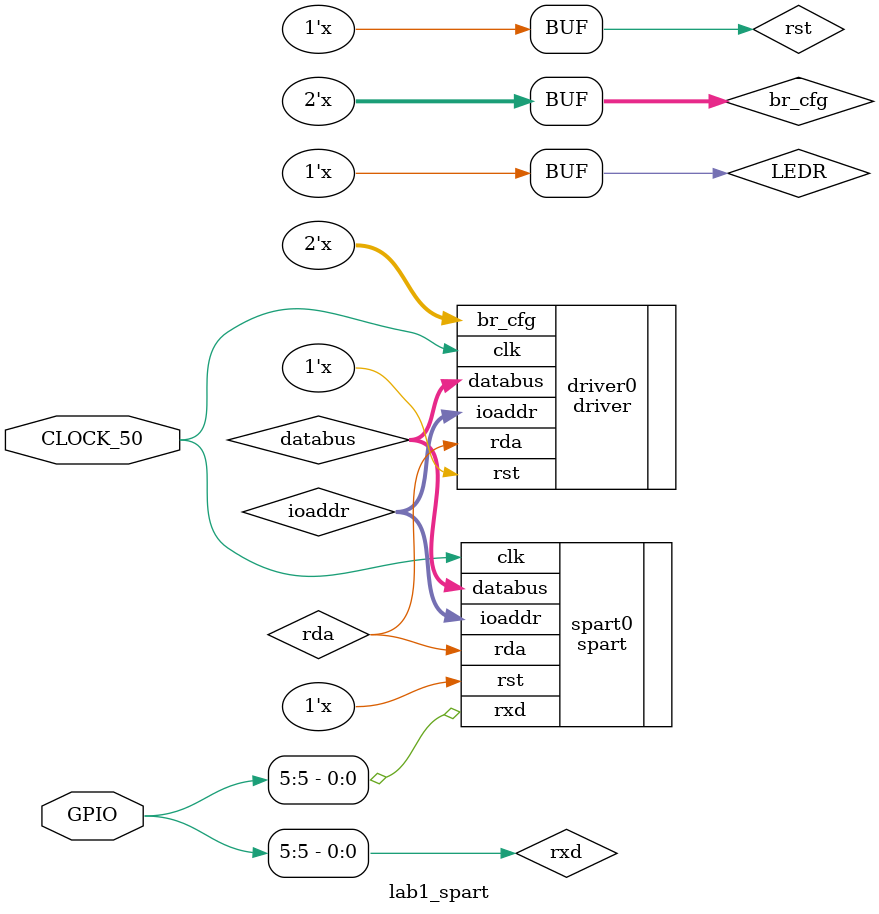
<source format=v>


module lab1_spart(

 //////////// CLOCK //////////
    input               CLOCK_50,
    //input               CLOCK2_50,
    //input               CLOCK3_50,
    //input               CLOCK4_50,

 //////////// SEG7 //////////
    //output reg   [6:0]  HEX0,
    //output reg   [6:0]  HEX1,
    //output reg   [6:0]  HEX2,
    //output reg   [6:0]  HEX3,
    //output reg   [6:0]  HEX4,
    //output reg   [6:0]  HEX5,

//////////// KEY //////////
    //input        [3:0]  KEY,

 //////////// LED //////////
    //output		   [9:0]		LEDR,

 //////////// SW //////////
    //input        [9:0]  SW,

 //////////// GPIO_0, GPIO_0 connect to GPIO Default //////////
    inout       [35:0]  GPIO
);

//wire txd;
wire rxd;
//wire iocs;
//wire iorw;
wire rda;
//wire tbr;
wire [1:0] ioaddr;
wire [7:0] databus;
wire [1:0] br_cfg;

// press button[0] to generate a low active reset signal
wire rst = ~KEY[0];

// LED[9] : indicator for RX signal
// LED[8] : indicator for TX signal
// LED[0] : indicator for rst signal 
assign LEDR = {~rxd,8'b0,rst};

// GPIO[3] as TX output, GPIO[5] as RX input
//assign GPIO[3] = txd;
assign rxd = GPIO[5];

// slide switch [9:8] as baudrate config
assign br_cfg = SW[9:8];

// Instantiate your spart here
spart spart0(   .clk(CLOCK_50),
                .rst(rst),
                .rda(rda),
                .ioaddr(ioaddr),
                .databus(databus),
                .rxd(rxd)
            );

// Instantiate your driver here
driver driver0( .clk(CLOCK_50),
                .rst(rst),
                .br_cfg(br_cfg),
                .rda(rda),
                .ioaddr(ioaddr),
                .databus(databus)
            );

			
// Don't change the code below
// display the baudrate on 7-seg display
/*always@(*) begin
	case (br_cfg)
        2'b00 : begin // 4800
            HEX5 = 7'b1111111;
            HEX4 = 7'b1111111;
            HEX3 = 7'b0011001; // 4
            HEX2 = 7'b0000000; // 8
            HEX1 = 7'b1000000; // 0
            HEX0 = 7'b1000000; // 0
        end

		2'b01 : begin // 9600
            HEX5 = 7'b1111111;
            HEX4 = 7'b1111111;
            HEX3 = 7'b0010000; // 9
            HEX2 = 7'b0000010; // 6
            HEX1 = 7'b1000000; // 0
            HEX0 = 7'b1000000; // 0
        end

        2'b10 : begin // 19200
            HEX5 = 7'b1111111;
            HEX4 = 7'b1111001; // 1
            HEX3 = 7'b0010000; // 9
            HEX2 = 7'b0100100; // 2
            HEX1 = 7'b1000000; // 0
            HEX0 = 7'b1000000; // 0
        end

        2'b11 : begin // 38400
            HEX5 = 7'b1111111;
            HEX4 = 7'b0110000; // 3
            HEX3 = 7'b0000000; // 8
            HEX2 = 7'b0011001; // 4
            HEX1 = 7'b1000000; // 0
            HEX0 = 7'b1000000; // 0
        end

        default : begin
            HEX5 = 7'b1111111;
            HEX4 = 7'b1111111;
            HEX3 = 7'b1111111;
            HEX2 = 7'b1111111;
            HEX1 = 7'b1111111;
            HEX0 = 7'b1111111;
        end

    endcase
end*/

endmodule

</source>
